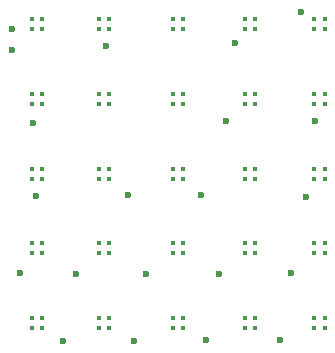
<source format=gbs>
G04 #@! TF.GenerationSoftware,KiCad,Pcbnew,8.0.1*
G04 #@! TF.CreationDate,2024-05-20T20:52:03+02:00*
G04 #@! TF.ProjectId,microled-square,6d696372-6f6c-4656-942d-737175617265,rev?*
G04 #@! TF.SameCoordinates,Original*
G04 #@! TF.FileFunction,Soldermask,Bot*
G04 #@! TF.FilePolarity,Negative*
%FSLAX46Y46*%
G04 Gerber Fmt 4.6, Leading zero omitted, Abs format (unit mm)*
G04 Created by KiCad (PCBNEW 8.0.1) date 2024-05-20 20:52:03*
%MOMM*%
%LPD*%
G01*
G04 APERTURE LIST*
%ADD10R,0.450000X0.450000*%
%ADD11C,0.600000*%
G04 APERTURE END LIST*
D10*
X27090000Y-23150000D03*
X26240000Y-23150000D03*
X27090000Y-24000000D03*
X26240000Y-24000000D03*
X38990000Y-42125000D03*
X38140000Y-42125000D03*
X38990000Y-42975000D03*
X38140000Y-42975000D03*
X51000000Y-23150000D03*
X50150000Y-23150000D03*
X51000000Y-24000000D03*
X50150000Y-24000000D03*
X45090000Y-35800000D03*
X44240000Y-35800000D03*
X45090000Y-36650000D03*
X44240000Y-36650000D03*
X27090000Y-29475000D03*
X26240000Y-29475000D03*
X27090000Y-30325000D03*
X26240000Y-30325000D03*
X38990000Y-29475000D03*
X38140000Y-29475000D03*
X38990000Y-30325000D03*
X38140000Y-30325000D03*
X45090000Y-23150000D03*
X44240000Y-23150000D03*
X45090000Y-24000000D03*
X44240000Y-24000000D03*
X32790000Y-48450000D03*
X31940000Y-48450000D03*
X32790000Y-49300000D03*
X31940000Y-49300000D03*
X51000000Y-29475000D03*
X50150000Y-29475000D03*
X51000000Y-30325000D03*
X50150000Y-30325000D03*
X27090000Y-42125000D03*
X26240000Y-42125000D03*
X27090000Y-42975000D03*
X26240000Y-42975000D03*
X32790000Y-35800000D03*
X31940000Y-35800000D03*
X32790000Y-36650000D03*
X31940000Y-36650000D03*
X51000000Y-48450000D03*
X50150000Y-48450000D03*
X51000000Y-49300000D03*
X50150000Y-49300000D03*
X27090000Y-35800000D03*
X26240000Y-35800000D03*
X27090000Y-36650000D03*
X26240000Y-36650000D03*
X32790000Y-23150000D03*
X31940000Y-23150000D03*
X32790000Y-24000000D03*
X31940000Y-24000000D03*
X51000000Y-42125000D03*
X50150000Y-42125000D03*
X51000000Y-42975000D03*
X50150000Y-42975000D03*
X38990000Y-48450000D03*
X38140000Y-48450000D03*
X38990000Y-49300000D03*
X38140000Y-49300000D03*
X38990000Y-35800000D03*
X38140000Y-35800000D03*
X38990000Y-36650000D03*
X38140000Y-36650000D03*
X45090000Y-42125000D03*
X44240000Y-42125000D03*
X45090000Y-42975000D03*
X44240000Y-42975000D03*
X27090000Y-48450000D03*
X26240000Y-48450000D03*
X27090000Y-49300000D03*
X26240000Y-49300000D03*
X45090000Y-48450000D03*
X44240000Y-48450000D03*
X45090000Y-49300000D03*
X44240000Y-49300000D03*
X45090000Y-29475000D03*
X44240000Y-29475000D03*
X45090000Y-30325000D03*
X44240000Y-30325000D03*
X32790000Y-42125000D03*
X31940000Y-42125000D03*
X32790000Y-42975000D03*
X31940000Y-42975000D03*
X32790000Y-29475000D03*
X31940000Y-29475000D03*
X32790000Y-30325000D03*
X31940000Y-30325000D03*
X51000000Y-35800000D03*
X50150000Y-35800000D03*
X51000000Y-36650000D03*
X50150000Y-36650000D03*
X38990000Y-23150000D03*
X38140000Y-23150000D03*
X38990000Y-24000000D03*
X38140000Y-24000000D03*
D11*
X47200000Y-50300000D03*
X41000000Y-50300000D03*
X34900000Y-50400000D03*
X28900000Y-50400000D03*
X48200000Y-44600000D03*
X42100000Y-44700000D03*
X35900000Y-44700000D03*
X30000000Y-44700000D03*
X25200000Y-44600000D03*
X49400000Y-38200000D03*
X40500000Y-38000000D03*
X34400000Y-38000000D03*
X26600000Y-38100000D03*
X43400000Y-25200000D03*
X24500000Y-25800000D03*
X32500000Y-25400000D03*
X26300000Y-31900000D03*
X42700000Y-31800000D03*
X50200000Y-31800000D03*
X49000000Y-22500000D03*
X24500000Y-24000000D03*
M02*

</source>
